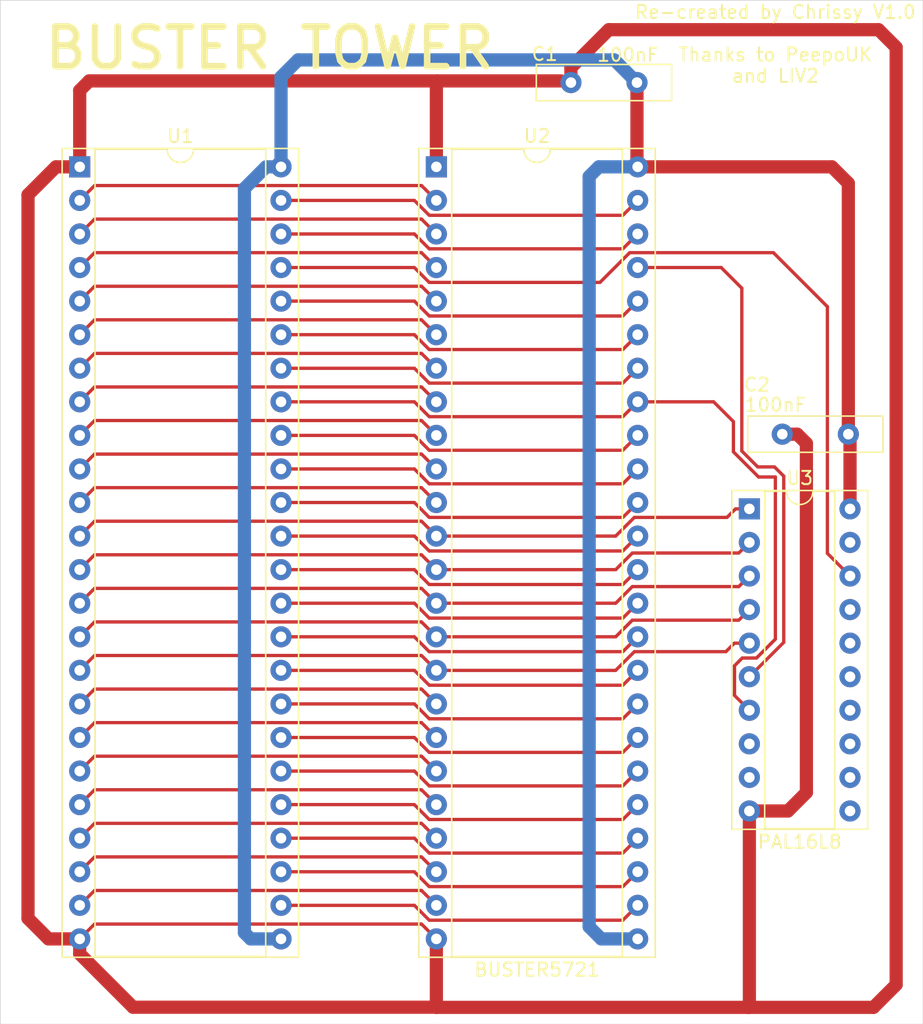
<source format=kicad_pcb>
(kicad_pcb (version 20171130) (host pcbnew "(5.1.5-0-10_14)")

  (general
    (thickness 1.6)
    (drawings 6)
    (tracks 298)
    (zones 0)
    (modules 5)
    (nets 48)
  )

  (page A4)
  (layers
    (0 F.Cu signal)
    (31 B.Cu signal)
    (32 B.Adhes user)
    (33 F.Adhes user)
    (34 B.Paste user)
    (35 F.Paste user)
    (36 B.SilkS user)
    (37 F.SilkS user)
    (38 B.Mask user)
    (39 F.Mask user)
    (40 Dwgs.User user)
    (41 Cmts.User user)
    (42 Eco1.User user)
    (43 Eco2.User user)
    (44 Edge.Cuts user)
    (45 Margin user)
    (46 B.CrtYd user)
    (47 F.CrtYd user)
    (48 B.Fab user)
    (49 F.Fab user)
  )

  (setup
    (last_trace_width 0.25)
    (trace_clearance 0.2)
    (zone_clearance 0.508)
    (zone_45_only no)
    (trace_min 0.2)
    (via_size 0.8)
    (via_drill 0.4)
    (via_min_size 0.4)
    (via_min_drill 0.3)
    (uvia_size 0.3)
    (uvia_drill 0.1)
    (uvias_allowed no)
    (uvia_min_size 0.2)
    (uvia_min_drill 0.1)
    (edge_width 0.05)
    (segment_width 0.2)
    (pcb_text_width 0.3)
    (pcb_text_size 1.5 1.5)
    (mod_edge_width 0.12)
    (mod_text_size 1 1)
    (mod_text_width 0.15)
    (pad_size 1.524 1.524)
    (pad_drill 0.762)
    (pad_to_mask_clearance 0.051)
    (solder_mask_min_width 0.25)
    (aux_axis_origin 0 0)
    (visible_elements FFFFFF7F)
    (pcbplotparams
      (layerselection 0x010f0_ffffffff)
      (usegerberextensions false)
      (usegerberattributes false)
      (usegerberadvancedattributes false)
      (creategerberjobfile false)
      (excludeedgelayer true)
      (linewidth 0.100000)
      (plotframeref false)
      (viasonmask false)
      (mode 1)
      (useauxorigin false)
      (hpglpennumber 1)
      (hpglpenspeed 20)
      (hpglpendiameter 15.000000)
      (psnegative false)
      (psa4output false)
      (plotreference true)
      (plotvalue false)
      (plotinvisibletext false)
      (padsonsilk true)
      (subtractmaskfromsilk false)
      (outputformat 1)
      (mirror false)
      (drillshape 0)
      (scaleselection 1)
      (outputdirectory "gerbers/"))
  )

  (net 0 "")
  (net 1 GND)
  (net 2 VCC)
  (net 3 /_OVR)
  (net 4 /_C3)
  (net 5 /_BOSS)
  (net 6 /_C1)
  (net 7 /_UDS)
  (net 8 /_CDAC)
  (net 9 /_LDS)
  (net 10 /_BG)
  (net 11 /_AS)
  (net 12 /_SLAVE5)
  (net 13 /READ)
  (net 14 /_SLAVE4)
  (net 15 /_A23)
  (net 16 /_SLAVE3)
  (net 17 /_A22)
  (net 18 /_SLAVE2)
  (net 19 /_A21)
  (net 20 /_SLAVE1)
  (net 21 /_A20)
  (net 22 /_BR5)
  (net 23 /_A19)
  (net 24 /_BR4)
  (net 25 /_CBG)
  (net 26 /_BR3)
  (net 27 /_CBR)
  (net 28 /_BR2)
  (net 29 /_BR)
  (net 30 /_BR1)
  (net 31 /_BEER)
  (net 32 /_BG5)
  (net 33 /_BG4)
  (net 34 /_BG3)
  (net 35 /_GBG)
  (net 36 /_BG2)
  (net 37 /_C4)
  (net 38 /_BG1)
  (net 39 /_C2)
  (net 40 _D2Po)
  (net 41 /_OWN)
  (net 42 _D2Pi)
  (net 43 /_DOE)
  (net 44 /_DB0E)
  (net 45 /PTEST)
  (net 46 /TEST)
  (net 47 /_RST)

  (net_class Default "This is the default net class."
    (clearance 0.2)
    (trace_width 0.25)
    (via_dia 0.8)
    (via_drill 0.4)
    (uvia_dia 0.3)
    (uvia_drill 0.1)
    (add_net /PTEST)
    (add_net /READ)
    (add_net /TEST)
    (add_net /_A19)
    (add_net /_A20)
    (add_net /_A21)
    (add_net /_A22)
    (add_net /_A23)
    (add_net /_AS)
    (add_net /_BEER)
    (add_net /_BG)
    (add_net /_BG1)
    (add_net /_BG2)
    (add_net /_BG3)
    (add_net /_BG4)
    (add_net /_BG5)
    (add_net /_BOSS)
    (add_net /_BR)
    (add_net /_BR1)
    (add_net /_BR2)
    (add_net /_BR3)
    (add_net /_BR4)
    (add_net /_BR5)
    (add_net /_C1)
    (add_net /_C2)
    (add_net /_C3)
    (add_net /_C4)
    (add_net /_CBG)
    (add_net /_CBR)
    (add_net /_CDAC)
    (add_net /_DB0E)
    (add_net /_DOE)
    (add_net /_GBG)
    (add_net /_LDS)
    (add_net /_OVR)
    (add_net /_OWN)
    (add_net /_RST)
    (add_net /_SLAVE1)
    (add_net /_SLAVE2)
    (add_net /_SLAVE3)
    (add_net /_SLAVE4)
    (add_net /_SLAVE5)
    (add_net /_UDS)
    (add_net GND)
    (add_net VCC)
    (add_net _D2Pi)
    (add_net _D2Po)
  )

  (module Package_DIP:DIP-48_W15.24mm_Socket (layer F.Cu) (tedit 5A02E8C5) (tstamp 5F3FD2B2)
    (at 80 38)
    (descr "48-lead though-hole mounted DIP package, row spacing 15.24 mm (600 mils), Socket")
    (tags "THT DIP DIL PDIP 2.54mm 15.24mm 600mil Socket")
    (path /5F504EFD)
    (fp_text reference U2 (at 7.62 -2.33) (layer F.SilkS)
      (effects (font (size 1 1) (thickness 0.15)))
    )
    (fp_text value BUSTER5721 (at 7.62 60.75) (layer F.SilkS)
      (effects (font (size 1 1) (thickness 0.15)))
    )
    (fp_text user %R (at 7.62 29.21) (layer F.Fab)
      (effects (font (size 1 1) (thickness 0.15)))
    )
    (fp_line (start 16.8 -1.6) (end -1.55 -1.6) (layer F.CrtYd) (width 0.05))
    (fp_line (start 16.8 60) (end 16.8 -1.6) (layer F.CrtYd) (width 0.05))
    (fp_line (start -1.55 60) (end 16.8 60) (layer F.CrtYd) (width 0.05))
    (fp_line (start -1.55 -1.6) (end -1.55 60) (layer F.CrtYd) (width 0.05))
    (fp_line (start 16.57 -1.39) (end -1.33 -1.39) (layer F.SilkS) (width 0.12))
    (fp_line (start 16.57 59.81) (end 16.57 -1.39) (layer F.SilkS) (width 0.12))
    (fp_line (start -1.33 59.81) (end 16.57 59.81) (layer F.SilkS) (width 0.12))
    (fp_line (start -1.33 -1.39) (end -1.33 59.81) (layer F.SilkS) (width 0.12))
    (fp_line (start 14.08 -1.33) (end 8.62 -1.33) (layer F.SilkS) (width 0.12))
    (fp_line (start 14.08 59.75) (end 14.08 -1.33) (layer F.SilkS) (width 0.12))
    (fp_line (start 1.16 59.75) (end 14.08 59.75) (layer F.SilkS) (width 0.12))
    (fp_line (start 1.16 -1.33) (end 1.16 59.75) (layer F.SilkS) (width 0.12))
    (fp_line (start 6.62 -1.33) (end 1.16 -1.33) (layer F.SilkS) (width 0.12))
    (fp_line (start 16.51 -1.33) (end -1.27 -1.33) (layer F.Fab) (width 0.1))
    (fp_line (start 16.51 59.75) (end 16.51 -1.33) (layer F.Fab) (width 0.1))
    (fp_line (start -1.27 59.75) (end 16.51 59.75) (layer F.Fab) (width 0.1))
    (fp_line (start -1.27 -1.33) (end -1.27 59.75) (layer F.Fab) (width 0.1))
    (fp_line (start 0.255 -0.27) (end 1.255 -1.27) (layer F.Fab) (width 0.1))
    (fp_line (start 0.255 59.69) (end 0.255 -0.27) (layer F.Fab) (width 0.1))
    (fp_line (start 14.985 59.69) (end 0.255 59.69) (layer F.Fab) (width 0.1))
    (fp_line (start 14.985 -1.27) (end 14.985 59.69) (layer F.Fab) (width 0.1))
    (fp_line (start 1.255 -1.27) (end 14.985 -1.27) (layer F.Fab) (width 0.1))
    (fp_arc (start 7.62 -1.33) (end 6.62 -1.33) (angle -180) (layer F.SilkS) (width 0.12))
    (pad 48 thru_hole oval (at 15.24 0) (size 1.6 1.6) (drill 0.8) (layers *.Cu *.Mask)
      (net 2 VCC))
    (pad 24 thru_hole oval (at 0 58.42) (size 1.6 1.6) (drill 0.8) (layers *.Cu *.Mask)
      (net 1 GND))
    (pad 47 thru_hole oval (at 15.24 2.54) (size 1.6 1.6) (drill 0.8) (layers *.Cu *.Mask)
      (net 43 /_DOE))
    (pad 23 thru_hole oval (at 0 55.88) (size 1.6 1.6) (drill 0.8) (layers *.Cu *.Mask)
      (net 35 /_GBG))
    (pad 46 thru_hole oval (at 15.24 5.08) (size 1.6 1.6) (drill 0.8) (layers *.Cu *.Mask)
      (net 44 /_DB0E))
    (pad 22 thru_hole oval (at 0 53.34) (size 1.6 1.6) (drill 0.8) (layers *.Cu *.Mask)
      (net 37 /_C4))
    (pad 45 thru_hole oval (at 15.24 7.62) (size 1.6 1.6) (drill 0.8) (layers *.Cu *.Mask)
      (net 42 _D2Pi))
    (pad 21 thru_hole oval (at 0 50.8) (size 1.6 1.6) (drill 0.8) (layers *.Cu *.Mask)
      (net 39 /_C2))
    (pad 44 thru_hole oval (at 15.24 10.16) (size 1.6 1.6) (drill 0.8) (layers *.Cu *.Mask)
      (net 45 /PTEST))
    (pad 20 thru_hole oval (at 0 48.26) (size 1.6 1.6) (drill 0.8) (layers *.Cu *.Mask)
      (net 4 /_C3))
    (pad 43 thru_hole oval (at 15.24 12.7) (size 1.6 1.6) (drill 0.8) (layers *.Cu *.Mask)
      (net 46 /TEST))
    (pad 19 thru_hole oval (at 0 45.72) (size 1.6 1.6) (drill 0.8) (layers *.Cu *.Mask)
      (net 6 /_C1))
    (pad 42 thru_hole oval (at 15.24 15.24) (size 1.6 1.6) (drill 0.8) (layers *.Cu *.Mask)
      (net 47 /_RST))
    (pad 18 thru_hole oval (at 0 43.18) (size 1.6 1.6) (drill 0.8) (layers *.Cu *.Mask)
      (net 8 /_CDAC))
    (pad 41 thru_hole oval (at 15.24 17.78) (size 1.6 1.6) (drill 0.8) (layers *.Cu *.Mask)
      (net 41 /_OWN))
    (pad 17 thru_hole oval (at 0 40.64) (size 1.6 1.6) (drill 0.8) (layers *.Cu *.Mask)
      (net 10 /_BG))
    (pad 40 thru_hole oval (at 15.24 20.32) (size 1.6 1.6) (drill 0.8) (layers *.Cu *.Mask)
      (net 3 /_OVR))
    (pad 16 thru_hole oval (at 0 38.1) (size 1.6 1.6) (drill 0.8) (layers *.Cu *.Mask)
      (net 12 /_SLAVE5))
    (pad 39 thru_hole oval (at 15.24 22.86) (size 1.6 1.6) (drill 0.8) (layers *.Cu *.Mask)
      (net 5 /_BOSS))
    (pad 15 thru_hole oval (at 0 35.56) (size 1.6 1.6) (drill 0.8) (layers *.Cu *.Mask)
      (net 14 /_SLAVE4))
    (pad 38 thru_hole oval (at 15.24 25.4) (size 1.6 1.6) (drill 0.8) (layers *.Cu *.Mask)
      (net 7 /_UDS))
    (pad 14 thru_hole oval (at 0 33.02) (size 1.6 1.6) (drill 0.8) (layers *.Cu *.Mask)
      (net 16 /_SLAVE3))
    (pad 37 thru_hole oval (at 15.24 27.94) (size 1.6 1.6) (drill 0.8) (layers *.Cu *.Mask)
      (net 9 /_LDS))
    (pad 13 thru_hole oval (at 0 30.48) (size 1.6 1.6) (drill 0.8) (layers *.Cu *.Mask)
      (net 18 /_SLAVE2))
    (pad 36 thru_hole oval (at 15.24 30.48) (size 1.6 1.6) (drill 0.8) (layers *.Cu *.Mask)
      (net 11 /_AS))
    (pad 12 thru_hole oval (at 0 27.94) (size 1.6 1.6) (drill 0.8) (layers *.Cu *.Mask)
      (net 20 /_SLAVE1))
    (pad 35 thru_hole oval (at 15.24 33.02) (size 1.6 1.6) (drill 0.8) (layers *.Cu *.Mask)
      (net 13 /READ))
    (pad 11 thru_hole oval (at 0 25.4) (size 1.6 1.6) (drill 0.8) (layers *.Cu *.Mask)
      (net 22 /_BR5))
    (pad 34 thru_hole oval (at 15.24 35.56) (size 1.6 1.6) (drill 0.8) (layers *.Cu *.Mask)
      (net 15 /_A23))
    (pad 10 thru_hole oval (at 0 22.86) (size 1.6 1.6) (drill 0.8) (layers *.Cu *.Mask)
      (net 24 /_BR4))
    (pad 33 thru_hole oval (at 15.24 38.1) (size 1.6 1.6) (drill 0.8) (layers *.Cu *.Mask)
      (net 17 /_A22))
    (pad 9 thru_hole oval (at 0 20.32) (size 1.6 1.6) (drill 0.8) (layers *.Cu *.Mask)
      (net 26 /_BR3))
    (pad 32 thru_hole oval (at 15.24 40.64) (size 1.6 1.6) (drill 0.8) (layers *.Cu *.Mask)
      (net 19 /_A21))
    (pad 8 thru_hole oval (at 0 17.78) (size 1.6 1.6) (drill 0.8) (layers *.Cu *.Mask)
      (net 28 /_BR2))
    (pad 31 thru_hole oval (at 15.24 43.18) (size 1.6 1.6) (drill 0.8) (layers *.Cu *.Mask)
      (net 21 /_A20))
    (pad 7 thru_hole oval (at 0 15.24) (size 1.6 1.6) (drill 0.8) (layers *.Cu *.Mask)
      (net 30 /_BR1))
    (pad 30 thru_hole oval (at 15.24 45.72) (size 1.6 1.6) (drill 0.8) (layers *.Cu *.Mask)
      (net 23 /_A19))
    (pad 6 thru_hole oval (at 0 12.7) (size 1.6 1.6) (drill 0.8) (layers *.Cu *.Mask)
      (net 32 /_BG5))
    (pad 29 thru_hole oval (at 15.24 48.26) (size 1.6 1.6) (drill 0.8) (layers *.Cu *.Mask)
      (net 25 /_CBG))
    (pad 5 thru_hole oval (at 0 10.16) (size 1.6 1.6) (drill 0.8) (layers *.Cu *.Mask)
      (net 33 /_BG4))
    (pad 28 thru_hole oval (at 15.24 50.8) (size 1.6 1.6) (drill 0.8) (layers *.Cu *.Mask)
      (net 27 /_CBR))
    (pad 4 thru_hole oval (at 0 7.62) (size 1.6 1.6) (drill 0.8) (layers *.Cu *.Mask)
      (net 34 /_BG3))
    (pad 27 thru_hole oval (at 15.24 53.34) (size 1.6 1.6) (drill 0.8) (layers *.Cu *.Mask)
      (net 29 /_BR))
    (pad 3 thru_hole oval (at 0 5.08) (size 1.6 1.6) (drill 0.8) (layers *.Cu *.Mask)
      (net 36 /_BG2))
    (pad 26 thru_hole oval (at 15.24 55.88) (size 1.6 1.6) (drill 0.8) (layers *.Cu *.Mask)
      (net 31 /_BEER))
    (pad 2 thru_hole oval (at 0 2.54) (size 1.6 1.6) (drill 0.8) (layers *.Cu *.Mask)
      (net 38 /_BG1))
    (pad 25 thru_hole oval (at 15.24 58.42) (size 1.6 1.6) (drill 0.8) (layers *.Cu *.Mask)
      (net 2 VCC))
    (pad 1 thru_hole rect (at 0 0) (size 1.6 1.6) (drill 0.8) (layers *.Cu *.Mask)
      (net 1 GND))
    (model ${KISYS3DMOD}/Package_DIP.3dshapes/DIP-48_W15.24mm_Socket.wrl
      (at (xyz 0 0 0))
      (scale (xyz 1 1 1))
      (rotate (xyz 0 0 0))
    )
  )

  (module Package_DIP:DIP-48_W15.24mm_Socket (layer F.Cu) (tedit 5A02E8C5) (tstamp 5F3FD26E)
    (at 53 38)
    (descr "48-lead though-hole mounted DIP package, row spacing 15.24 mm (600 mils), Socket")
    (tags "THT DIP DIL PDIP 2.54mm 15.24mm 600mil Socket")
    (path /5F49364D)
    (fp_text reference U1 (at 7.62 -2.33) (layer F.SilkS)
      (effects (font (size 1 1) (thickness 0.15)))
    )
    (fp_text value BUSTER5721 (at 7.62 60.75) (layer F.Fab)
      (effects (font (size 1 1) (thickness 0.15)))
    )
    (fp_text user %R (at 7.62 29.21) (layer F.Fab)
      (effects (font (size 1 1) (thickness 0.15)))
    )
    (fp_line (start 16.8 -1.6) (end -1.55 -1.6) (layer F.CrtYd) (width 0.05))
    (fp_line (start 16.8 60) (end 16.8 -1.6) (layer F.CrtYd) (width 0.05))
    (fp_line (start -1.55 60) (end 16.8 60) (layer F.CrtYd) (width 0.05))
    (fp_line (start -1.55 -1.6) (end -1.55 60) (layer F.CrtYd) (width 0.05))
    (fp_line (start 16.57 -1.39) (end -1.33 -1.39) (layer F.SilkS) (width 0.12))
    (fp_line (start 16.57 59.81) (end 16.57 -1.39) (layer F.SilkS) (width 0.12))
    (fp_line (start -1.33 59.81) (end 16.57 59.81) (layer F.SilkS) (width 0.12))
    (fp_line (start -1.33 -1.39) (end -1.33 59.81) (layer F.SilkS) (width 0.12))
    (fp_line (start 14.08 -1.33) (end 8.62 -1.33) (layer F.SilkS) (width 0.12))
    (fp_line (start 14.08 59.75) (end 14.08 -1.33) (layer F.SilkS) (width 0.12))
    (fp_line (start 1.16 59.75) (end 14.08 59.75) (layer F.SilkS) (width 0.12))
    (fp_line (start 1.16 -1.33) (end 1.16 59.75) (layer F.SilkS) (width 0.12))
    (fp_line (start 6.62 -1.33) (end 1.16 -1.33) (layer F.SilkS) (width 0.12))
    (fp_line (start 16.51 -1.33) (end -1.27 -1.33) (layer F.Fab) (width 0.1))
    (fp_line (start 16.51 59.75) (end 16.51 -1.33) (layer F.Fab) (width 0.1))
    (fp_line (start -1.27 59.75) (end 16.51 59.75) (layer F.Fab) (width 0.1))
    (fp_line (start -1.27 -1.33) (end -1.27 59.75) (layer F.Fab) (width 0.1))
    (fp_line (start 0.255 -0.27) (end 1.255 -1.27) (layer F.Fab) (width 0.1))
    (fp_line (start 0.255 59.69) (end 0.255 -0.27) (layer F.Fab) (width 0.1))
    (fp_line (start 14.985 59.69) (end 0.255 59.69) (layer F.Fab) (width 0.1))
    (fp_line (start 14.985 -1.27) (end 14.985 59.69) (layer F.Fab) (width 0.1))
    (fp_line (start 1.255 -1.27) (end 14.985 -1.27) (layer F.Fab) (width 0.1))
    (fp_arc (start 7.62 -1.33) (end 6.62 -1.33) (angle -180) (layer F.SilkS) (width 0.12))
    (pad 48 thru_hole oval (at 15.24 0) (size 1.6 1.6) (drill 0.8) (layers *.Cu *.Mask)
      (net 2 VCC))
    (pad 24 thru_hole oval (at 0 58.42) (size 1.6 1.6) (drill 0.8) (layers *.Cu *.Mask)
      (net 1 GND))
    (pad 47 thru_hole oval (at 15.24 2.54) (size 1.6 1.6) (drill 0.8) (layers *.Cu *.Mask)
      (net 43 /_DOE))
    (pad 23 thru_hole oval (at 0 55.88) (size 1.6 1.6) (drill 0.8) (layers *.Cu *.Mask)
      (net 35 /_GBG))
    (pad 46 thru_hole oval (at 15.24 5.08) (size 1.6 1.6) (drill 0.8) (layers *.Cu *.Mask)
      (net 44 /_DB0E))
    (pad 22 thru_hole oval (at 0 53.34) (size 1.6 1.6) (drill 0.8) (layers *.Cu *.Mask)
      (net 37 /_C4))
    (pad 45 thru_hole oval (at 15.24 7.62) (size 1.6 1.6) (drill 0.8) (layers *.Cu *.Mask)
      (net 40 _D2Po))
    (pad 21 thru_hole oval (at 0 50.8) (size 1.6 1.6) (drill 0.8) (layers *.Cu *.Mask)
      (net 39 /_C2))
    (pad 44 thru_hole oval (at 15.24 10.16) (size 1.6 1.6) (drill 0.8) (layers *.Cu *.Mask)
      (net 45 /PTEST))
    (pad 20 thru_hole oval (at 0 48.26) (size 1.6 1.6) (drill 0.8) (layers *.Cu *.Mask)
      (net 4 /_C3))
    (pad 43 thru_hole oval (at 15.24 12.7) (size 1.6 1.6) (drill 0.8) (layers *.Cu *.Mask)
      (net 46 /TEST))
    (pad 19 thru_hole oval (at 0 45.72) (size 1.6 1.6) (drill 0.8) (layers *.Cu *.Mask)
      (net 6 /_C1))
    (pad 42 thru_hole oval (at 15.24 15.24) (size 1.6 1.6) (drill 0.8) (layers *.Cu *.Mask)
      (net 47 /_RST))
    (pad 18 thru_hole oval (at 0 43.18) (size 1.6 1.6) (drill 0.8) (layers *.Cu *.Mask)
      (net 8 /_CDAC))
    (pad 41 thru_hole oval (at 15.24 17.78) (size 1.6 1.6) (drill 0.8) (layers *.Cu *.Mask)
      (net 41 /_OWN))
    (pad 17 thru_hole oval (at 0 40.64) (size 1.6 1.6) (drill 0.8) (layers *.Cu *.Mask)
      (net 10 /_BG))
    (pad 40 thru_hole oval (at 15.24 20.32) (size 1.6 1.6) (drill 0.8) (layers *.Cu *.Mask)
      (net 3 /_OVR))
    (pad 16 thru_hole oval (at 0 38.1) (size 1.6 1.6) (drill 0.8) (layers *.Cu *.Mask)
      (net 12 /_SLAVE5))
    (pad 39 thru_hole oval (at 15.24 22.86) (size 1.6 1.6) (drill 0.8) (layers *.Cu *.Mask)
      (net 5 /_BOSS))
    (pad 15 thru_hole oval (at 0 35.56) (size 1.6 1.6) (drill 0.8) (layers *.Cu *.Mask)
      (net 14 /_SLAVE4))
    (pad 38 thru_hole oval (at 15.24 25.4) (size 1.6 1.6) (drill 0.8) (layers *.Cu *.Mask)
      (net 7 /_UDS))
    (pad 14 thru_hole oval (at 0 33.02) (size 1.6 1.6) (drill 0.8) (layers *.Cu *.Mask)
      (net 16 /_SLAVE3))
    (pad 37 thru_hole oval (at 15.24 27.94) (size 1.6 1.6) (drill 0.8) (layers *.Cu *.Mask)
      (net 9 /_LDS))
    (pad 13 thru_hole oval (at 0 30.48) (size 1.6 1.6) (drill 0.8) (layers *.Cu *.Mask)
      (net 18 /_SLAVE2))
    (pad 36 thru_hole oval (at 15.24 30.48) (size 1.6 1.6) (drill 0.8) (layers *.Cu *.Mask)
      (net 11 /_AS))
    (pad 12 thru_hole oval (at 0 27.94) (size 1.6 1.6) (drill 0.8) (layers *.Cu *.Mask)
      (net 20 /_SLAVE1))
    (pad 35 thru_hole oval (at 15.24 33.02) (size 1.6 1.6) (drill 0.8) (layers *.Cu *.Mask)
      (net 13 /READ))
    (pad 11 thru_hole oval (at 0 25.4) (size 1.6 1.6) (drill 0.8) (layers *.Cu *.Mask)
      (net 22 /_BR5))
    (pad 34 thru_hole oval (at 15.24 35.56) (size 1.6 1.6) (drill 0.8) (layers *.Cu *.Mask)
      (net 15 /_A23))
    (pad 10 thru_hole oval (at 0 22.86) (size 1.6 1.6) (drill 0.8) (layers *.Cu *.Mask)
      (net 24 /_BR4))
    (pad 33 thru_hole oval (at 15.24 38.1) (size 1.6 1.6) (drill 0.8) (layers *.Cu *.Mask)
      (net 17 /_A22))
    (pad 9 thru_hole oval (at 0 20.32) (size 1.6 1.6) (drill 0.8) (layers *.Cu *.Mask)
      (net 26 /_BR3))
    (pad 32 thru_hole oval (at 15.24 40.64) (size 1.6 1.6) (drill 0.8) (layers *.Cu *.Mask)
      (net 19 /_A21))
    (pad 8 thru_hole oval (at 0 17.78) (size 1.6 1.6) (drill 0.8) (layers *.Cu *.Mask)
      (net 28 /_BR2))
    (pad 31 thru_hole oval (at 15.24 43.18) (size 1.6 1.6) (drill 0.8) (layers *.Cu *.Mask)
      (net 21 /_A20))
    (pad 7 thru_hole oval (at 0 15.24) (size 1.6 1.6) (drill 0.8) (layers *.Cu *.Mask)
      (net 30 /_BR1))
    (pad 30 thru_hole oval (at 15.24 45.72) (size 1.6 1.6) (drill 0.8) (layers *.Cu *.Mask)
      (net 23 /_A19))
    (pad 6 thru_hole oval (at 0 12.7) (size 1.6 1.6) (drill 0.8) (layers *.Cu *.Mask)
      (net 32 /_BG5))
    (pad 29 thru_hole oval (at 15.24 48.26) (size 1.6 1.6) (drill 0.8) (layers *.Cu *.Mask)
      (net 25 /_CBG))
    (pad 5 thru_hole oval (at 0 10.16) (size 1.6 1.6) (drill 0.8) (layers *.Cu *.Mask)
      (net 33 /_BG4))
    (pad 28 thru_hole oval (at 15.24 50.8) (size 1.6 1.6) (drill 0.8) (layers *.Cu *.Mask)
      (net 27 /_CBR))
    (pad 4 thru_hole oval (at 0 7.62) (size 1.6 1.6) (drill 0.8) (layers *.Cu *.Mask)
      (net 34 /_BG3))
    (pad 27 thru_hole oval (at 15.24 53.34) (size 1.6 1.6) (drill 0.8) (layers *.Cu *.Mask)
      (net 29 /_BR))
    (pad 3 thru_hole oval (at 0 5.08) (size 1.6 1.6) (drill 0.8) (layers *.Cu *.Mask)
      (net 36 /_BG2))
    (pad 26 thru_hole oval (at 15.24 55.88) (size 1.6 1.6) (drill 0.8) (layers *.Cu *.Mask)
      (net 31 /_BEER))
    (pad 2 thru_hole oval (at 0 2.54) (size 1.6 1.6) (drill 0.8) (layers *.Cu *.Mask)
      (net 38 /_BG1))
    (pad 25 thru_hole oval (at 15.24 58.42) (size 1.6 1.6) (drill 0.8) (layers *.Cu *.Mask)
      (net 2 VCC))
    (pad 1 thru_hole rect (at 0 0) (size 1.6 1.6) (drill 0.8) (layers *.Cu *.Mask)
      (net 1 GND))
  )

  (module Package_DIP:DIP-20_W7.62mm_Socket (layer F.Cu) (tedit 5A02E8C5) (tstamp 5F3FD2E2)
    (at 103.6955 63.881)
    (descr "20-lead though-hole mounted DIP package, row spacing 7.62 mm (300 mils), Socket")
    (tags "THT DIP DIL PDIP 2.54mm 7.62mm 300mil Socket")
    (path /5F491DED)
    (fp_text reference U3 (at 3.81 -2.33) (layer F.SilkS)
      (effects (font (size 1 1) (thickness 0.15)))
    )
    (fp_text value PAL16L8 (at 3.81 25.19) (layer F.SilkS)
      (effects (font (size 1 1) (thickness 0.15)))
    )
    (fp_text user %R (at 3.81 11.43) (layer F.Fab)
      (effects (font (size 1 1) (thickness 0.15)))
    )
    (fp_line (start 9.15 -1.6) (end -1.55 -1.6) (layer F.CrtYd) (width 0.05))
    (fp_line (start 9.15 24.45) (end 9.15 -1.6) (layer F.CrtYd) (width 0.05))
    (fp_line (start -1.55 24.45) (end 9.15 24.45) (layer F.CrtYd) (width 0.05))
    (fp_line (start -1.55 -1.6) (end -1.55 24.45) (layer F.CrtYd) (width 0.05))
    (fp_line (start 8.95 -1.39) (end -1.33 -1.39) (layer F.SilkS) (width 0.12))
    (fp_line (start 8.95 24.25) (end 8.95 -1.39) (layer F.SilkS) (width 0.12))
    (fp_line (start -1.33 24.25) (end 8.95 24.25) (layer F.SilkS) (width 0.12))
    (fp_line (start -1.33 -1.39) (end -1.33 24.25) (layer F.SilkS) (width 0.12))
    (fp_line (start 6.46 -1.33) (end 4.81 -1.33) (layer F.SilkS) (width 0.12))
    (fp_line (start 6.46 24.19) (end 6.46 -1.33) (layer F.SilkS) (width 0.12))
    (fp_line (start 1.16 24.19) (end 6.46 24.19) (layer F.SilkS) (width 0.12))
    (fp_line (start 1.16 -1.33) (end 1.16 24.19) (layer F.SilkS) (width 0.12))
    (fp_line (start 2.81 -1.33) (end 1.16 -1.33) (layer F.SilkS) (width 0.12))
    (fp_line (start 8.89 -1.33) (end -1.27 -1.33) (layer F.Fab) (width 0.1))
    (fp_line (start 8.89 24.19) (end 8.89 -1.33) (layer F.Fab) (width 0.1))
    (fp_line (start -1.27 24.19) (end 8.89 24.19) (layer F.Fab) (width 0.1))
    (fp_line (start -1.27 -1.33) (end -1.27 24.19) (layer F.Fab) (width 0.1))
    (fp_line (start 0.635 -0.27) (end 1.635 -1.27) (layer F.Fab) (width 0.1))
    (fp_line (start 0.635 24.13) (end 0.635 -0.27) (layer F.Fab) (width 0.1))
    (fp_line (start 6.985 24.13) (end 0.635 24.13) (layer F.Fab) (width 0.1))
    (fp_line (start 6.985 -1.27) (end 6.985 24.13) (layer F.Fab) (width 0.1))
    (fp_line (start 1.635 -1.27) (end 6.985 -1.27) (layer F.Fab) (width 0.1))
    (fp_arc (start 3.81 -1.33) (end 2.81 -1.33) (angle -180) (layer F.SilkS) (width 0.12))
    (pad 20 thru_hole oval (at 7.62 0) (size 1.6 1.6) (drill 0.8) (layers *.Cu *.Mask)
      (net 2 VCC))
    (pad 10 thru_hole oval (at 0 22.86) (size 1.6 1.6) (drill 0.8) (layers *.Cu *.Mask)
      (net 1 GND))
    (pad 19 thru_hole oval (at 7.62 2.54) (size 1.6 1.6) (drill 0.8) (layers *.Cu *.Mask))
    (pad 9 thru_hole oval (at 0 20.32) (size 1.6 1.6) (drill 0.8) (layers *.Cu *.Mask))
    (pad 18 thru_hole oval (at 7.62 5.08) (size 1.6 1.6) (drill 0.8) (layers *.Cu *.Mask)
      (net 40 _D2Po))
    (pad 8 thru_hole oval (at 0 17.78) (size 1.6 1.6) (drill 0.8) (layers *.Cu *.Mask))
    (pad 17 thru_hole oval (at 7.62 7.62) (size 1.6 1.6) (drill 0.8) (layers *.Cu *.Mask))
    (pad 7 thru_hole oval (at 0 15.24) (size 1.6 1.6) (drill 0.8) (layers *.Cu *.Mask)
      (net 41 /_OWN))
    (pad 16 thru_hole oval (at 7.62 10.16) (size 1.6 1.6) (drill 0.8) (layers *.Cu *.Mask))
    (pad 6 thru_hole oval (at 0 12.7) (size 1.6 1.6) (drill 0.8) (layers *.Cu *.Mask)
      (net 42 _D2Pi))
    (pad 15 thru_hole oval (at 7.62 12.7) (size 1.6 1.6) (drill 0.8) (layers *.Cu *.Mask))
    (pad 5 thru_hole oval (at 0 10.16) (size 1.6 1.6) (drill 0.8) (layers *.Cu *.Mask)
      (net 12 /_SLAVE5))
    (pad 14 thru_hole oval (at 7.62 15.24) (size 1.6 1.6) (drill 0.8) (layers *.Cu *.Mask))
    (pad 4 thru_hole oval (at 0 7.62) (size 1.6 1.6) (drill 0.8) (layers *.Cu *.Mask)
      (net 14 /_SLAVE4))
    (pad 13 thru_hole oval (at 7.62 17.78) (size 1.6 1.6) (drill 0.8) (layers *.Cu *.Mask))
    (pad 3 thru_hole oval (at 0 5.08) (size 1.6 1.6) (drill 0.8) (layers *.Cu *.Mask)
      (net 16 /_SLAVE3))
    (pad 12 thru_hole oval (at 7.62 20.32) (size 1.6 1.6) (drill 0.8) (layers *.Cu *.Mask))
    (pad 2 thru_hole oval (at 0 2.54) (size 1.6 1.6) (drill 0.8) (layers *.Cu *.Mask)
      (net 18 /_SLAVE2))
    (pad 11 thru_hole oval (at 7.62 22.86) (size 1.6 1.6) (drill 0.8) (layers *.Cu *.Mask))
    (pad 1 thru_hole rect (at 0 0) (size 1.6 1.6) (drill 0.8) (layers *.Cu *.Mask)
      (net 20 /_SLAVE1))
    (model ${KISYS3DMOD}/Package_DIP.3dshapes/DIP-20_W7.62mm_Socket.wrl
      (at (xyz 0 0 0))
      (scale (xyz 1 1 1))
      (rotate (xyz 0 0 0))
    )
  )

  (module Capacitor_THT:C_Disc_D10.0mm_W2.5mm_P5.00mm (layer F.Cu) (tedit 5AE50EF0) (tstamp 5F3FD22A)
    (at 111.1885 58.2295 180)
    (descr "C, Disc series, Radial, pin pitch=5.00mm, , diameter*width=10*2.5mm^2, Capacitor, http://cdn-reichelt.de/documents/datenblatt/B300/DS_KERKO_TC.pdf")
    (tags "C Disc series Radial pin pitch 5.00mm  diameter 10mm width 2.5mm Capacitor")
    (path /5F607C3C)
    (fp_text reference C2 (at 6.9215 3.7465) (layer F.SilkS)
      (effects (font (size 1 1) (thickness 0.15)))
    )
    (fp_text value 100nF (at 5.5245 2.2225) (layer F.SilkS)
      (effects (font (size 1 1) (thickness 0.15)))
    )
    (fp_text user %R (at 2.5 0) (layer F.Fab)
      (effects (font (size 1 1) (thickness 0.15)))
    )
    (fp_line (start 7.75 -1.5) (end -2.75 -1.5) (layer F.CrtYd) (width 0.05))
    (fp_line (start 7.75 1.5) (end 7.75 -1.5) (layer F.CrtYd) (width 0.05))
    (fp_line (start -2.75 1.5) (end 7.75 1.5) (layer F.CrtYd) (width 0.05))
    (fp_line (start -2.75 -1.5) (end -2.75 1.5) (layer F.CrtYd) (width 0.05))
    (fp_line (start 7.62 -1.37) (end 7.62 1.37) (layer F.SilkS) (width 0.12))
    (fp_line (start -2.62 -1.37) (end -2.62 1.37) (layer F.SilkS) (width 0.12))
    (fp_line (start -2.62 1.37) (end 7.62 1.37) (layer F.SilkS) (width 0.12))
    (fp_line (start -2.62 -1.37) (end 7.62 -1.37) (layer F.SilkS) (width 0.12))
    (fp_line (start 7.5 -1.25) (end -2.5 -1.25) (layer F.Fab) (width 0.1))
    (fp_line (start 7.5 1.25) (end 7.5 -1.25) (layer F.Fab) (width 0.1))
    (fp_line (start -2.5 1.25) (end 7.5 1.25) (layer F.Fab) (width 0.1))
    (fp_line (start -2.5 -1.25) (end -2.5 1.25) (layer F.Fab) (width 0.1))
    (pad 2 thru_hole circle (at 5 0 180) (size 1.6 1.6) (drill 0.8) (layers *.Cu *.Mask)
      (net 1 GND))
    (pad 1 thru_hole circle (at 0 0 180) (size 1.6 1.6) (drill 0.8) (layers *.Cu *.Mask)
      (net 2 VCC))
    (model ${KISYS3DMOD}/Capacitor_THT.3dshapes/C_Disc_D10.0mm_W2.5mm_P5.00mm.wrl
      (at (xyz 0 0 0))
      (scale (xyz 1 1 1))
      (rotate (xyz 0 0 0))
    )
  )

  (module Capacitor_THT:C_Disc_D10.0mm_W2.5mm_P5.00mm (layer F.Cu) (tedit 5AE50EF0) (tstamp 5F3FD217)
    (at 95.1865 31.623 180)
    (descr "C, Disc series, Radial, pin pitch=5.00mm, , diameter*width=10*2.5mm^2, Capacitor, http://cdn-reichelt.de/documents/datenblatt/B300/DS_KERKO_TC.pdf")
    (tags "C Disc series Radial pin pitch 5.00mm  diameter 10mm width 2.5mm Capacitor")
    (path /5F60704E)
    (fp_text reference C1 (at 6.985 2.159) (layer F.SilkS)
      (effects (font (size 1 1) (thickness 0.15)))
    )
    (fp_text value 100nF (at 0.6985 2.0955) (layer F.SilkS)
      (effects (font (size 1 1) (thickness 0.15)))
    )
    (fp_text user %R (at 2.5 0) (layer F.Fab)
      (effects (font (size 1 1) (thickness 0.15)))
    )
    (fp_line (start 7.75 -1.5) (end -2.75 -1.5) (layer F.CrtYd) (width 0.05))
    (fp_line (start 7.75 1.5) (end 7.75 -1.5) (layer F.CrtYd) (width 0.05))
    (fp_line (start -2.75 1.5) (end 7.75 1.5) (layer F.CrtYd) (width 0.05))
    (fp_line (start -2.75 -1.5) (end -2.75 1.5) (layer F.CrtYd) (width 0.05))
    (fp_line (start 7.62 -1.37) (end 7.62 1.37) (layer F.SilkS) (width 0.12))
    (fp_line (start -2.62 -1.37) (end -2.62 1.37) (layer F.SilkS) (width 0.12))
    (fp_line (start -2.62 1.37) (end 7.62 1.37) (layer F.SilkS) (width 0.12))
    (fp_line (start -2.62 -1.37) (end 7.62 -1.37) (layer F.SilkS) (width 0.12))
    (fp_line (start 7.5 -1.25) (end -2.5 -1.25) (layer F.Fab) (width 0.1))
    (fp_line (start 7.5 1.25) (end 7.5 -1.25) (layer F.Fab) (width 0.1))
    (fp_line (start -2.5 1.25) (end 7.5 1.25) (layer F.Fab) (width 0.1))
    (fp_line (start -2.5 -1.25) (end -2.5 1.25) (layer F.Fab) (width 0.1))
    (pad 2 thru_hole circle (at 5 0 180) (size 1.6 1.6) (drill 0.8) (layers *.Cu *.Mask)
      (net 1 GND))
    (pad 1 thru_hole circle (at 0 0 180) (size 1.6 1.6) (drill 0.8) (layers *.Cu *.Mask)
      (net 2 VCC))
    (model ${KISYS3DMOD}/Capacitor_THT.3dshapes/C_Disc_D10.0mm_W2.5mm_P5.00mm.wrl
      (at (xyz 0 0 0))
      (scale (xyz 1 1 1))
      (rotate (xyz 0 0 0))
    )
  )

  (gr_text "Re-created by Chrissy V1.0\n\nThanks to PeepoUK\nand LIV2\n" (at 105.664 28.702) (layer F.SilkS)
    (effects (font (size 1 1) (thickness 0.15)))
  )
  (gr_text "BUSTER TOWER" (at 67.3735 29.0195) (layer F.SilkS)
    (effects (font (size 3 3) (thickness 0.5)))
  )
  (gr_line (start 116.84 102.87) (end 116.84 25.4) (layer Edge.Cuts) (width 0.05) (tstamp 5F3FF5BB))
  (gr_line (start 46.99 102.87) (end 116.84 102.87) (layer Edge.Cuts) (width 0.05))
  (gr_line (start 46.99 25.4) (end 46.99 102.87) (layer Edge.Cuts) (width 0.05))
  (gr_line (start 116.84 25.4) (end 46.99 25.4) (layer Edge.Cuts) (width 0.05))

  (segment (start 78.874999 95.294999) (end 79.200001 95.620001) (width 0.25) (layer F.Cu) (net 1) (tstamp 5F3FEF89))
  (segment (start 79.200001 95.620001) (end 80 96.42) (width 0.25) (layer F.Cu) (net 1) (tstamp 5F3FEF8A))
  (segment (start 53 96.42) (end 54.125001 95.294999) (width 0.25) (layer F.Cu) (net 1) (tstamp 5F3FEF8B))
  (segment (start 54.125001 95.294999) (end 78.874999 95.294999) (width 0.25) (layer F.Cu) (net 1) (tstamp 5F3FEF8C))
  (segment (start 80 96.42) (end 80 101.59) (width 1) (layer F.Cu) (net 1))
  (segment (start 80 101.59) (end 80.01 101.6) (width 1) (layer F.Cu) (net 1))
  (segment (start 113.0935 101.6) (end 114.808 99.8855) (width 1) (layer F.Cu) (net 1))
  (segment (start 114.808 99.8855) (end 114.808 28.956) (width 1) (layer F.Cu) (net 1))
  (segment (start 114.808 28.956) (end 113.4745 27.6225) (width 1) (layer F.Cu) (net 1))
  (segment (start 53 32.217) (end 53 38) (width 1) (layer F.Cu) (net 1))
  (segment (start 53.721 31.496) (end 53 32.217) (width 1) (layer F.Cu) (net 1))
  (segment (start 51.2 38) (end 49.0855 40.1145) (width 1) (layer F.Cu) (net 1))
  (segment (start 53 38) (end 51.2 38) (width 1) (layer F.Cu) (net 1))
  (segment (start 49.0855 40.1145) (end 49.0855 94.869) (width 1) (layer F.Cu) (net 1))
  (segment (start 50.6365 96.42) (end 53 96.42) (width 1) (layer F.Cu) (net 1))
  (segment (start 49.0855 94.869) (end 50.6365 96.42) (width 1) (layer F.Cu) (net 1))
  (segment (start 57.03863 101.59) (end 80 101.59) (width 1) (layer F.Cu) (net 1))
  (segment (start 53 97.55137) (end 57.03863 101.59) (width 1) (layer F.Cu) (net 1))
  (segment (start 53 96.42) (end 53 97.55137) (width 1) (layer F.Cu) (net 1))
  (segment (start 103.6955 101.5365) (end 103.632 101.6) (width 1) (layer F.Cu) (net 1))
  (segment (start 103.6955 86.741) (end 103.6955 101.5365) (width 1) (layer F.Cu) (net 1))
  (segment (start 103.632 101.6) (end 113.0935 101.6) (width 1) (layer F.Cu) (net 1))
  (segment (start 80.01 101.6) (end 103.632 101.6) (width 1) (layer F.Cu) (net 1))
  (segment (start 107.31987 58.2295) (end 108.0135 58.92313) (width 1) (layer F.Cu) (net 1))
  (segment (start 106.1885 58.2295) (end 107.31987 58.2295) (width 1) (layer F.Cu) (net 1))
  (segment (start 108.0135 58.92313) (end 108.0135 85.344) (width 1) (layer F.Cu) (net 1))
  (segment (start 106.6165 86.741) (end 103.6955 86.741) (width 1) (layer F.Cu) (net 1))
  (segment (start 108.0135 85.344) (end 106.6165 86.741) (width 1) (layer F.Cu) (net 1))
  (segment (start 93.05563 27.6225) (end 113.4745 27.6225) (width 1) (layer F.Cu) (net 1))
  (segment (start 90.1865 30.49163) (end 93.05563 27.6225) (width 1) (layer F.Cu) (net 1))
  (segment (start 90.1865 31.623) (end 90.1865 30.49163) (width 1) (layer F.Cu) (net 1))
  (segment (start 80 38) (end 80 31.5695) (width 1) (layer F.Cu) (net 1))
  (segment (start 80 31.5695) (end 80.0735 31.496) (width 1) (layer F.Cu) (net 1))
  (segment (start 80.0735 31.496) (end 53.721 31.496) (width 1) (layer F.Cu) (net 1))
  (segment (start 89.4245 31.496) (end 80.0735 31.496) (width 1) (layer F.Cu) (net 1))
  (segment (start 111.3155 58.3565) (end 111.1885 58.2295) (width 1) (layer F.Cu) (net 2))
  (segment (start 111.3155 63.881) (end 111.3155 58.3565) (width 1) (layer F.Cu) (net 2))
  (segment (start 111.1885 58.2295) (end 111.1885 39.243) (width 1) (layer F.Cu) (net 2))
  (segment (start 109.9455 38) (end 95.24 38) (width 1) (layer F.Cu) (net 2))
  (segment (start 111.1885 39.243) (end 109.9455 38) (width 1) (layer F.Cu) (net 2))
  (segment (start 95.1865 37.9465) (end 95.24 38) (width 1) (layer F.Cu) (net 2))
  (segment (start 95.1865 31.623) (end 95.1865 37.9465) (width 1) (layer F.Cu) (net 2))
  (segment (start 95.24 38) (end 92.302 38) (width 1) (layer B.Cu) (net 2))
  (segment (start 92.302 38) (end 91.567 38.735) (width 1) (layer B.Cu) (net 2))
  (segment (start 91.567 38.735) (end 91.567 95.504) (width 1) (layer B.Cu) (net 2))
  (segment (start 92.483 96.42) (end 95.24 96.42) (width 1) (layer B.Cu) (net 2))
  (segment (start 91.567 95.504) (end 92.483 96.42) (width 1) (layer B.Cu) (net 2))
  (segment (start 67.10863 38) (end 65.4685 39.64013) (width 1) (layer B.Cu) (net 2))
  (segment (start 68.24 38) (end 67.10863 38) (width 1) (layer B.Cu) (net 2))
  (segment (start 65.4685 39.64013) (end 65.4685 95.9485) (width 1) (layer B.Cu) (net 2))
  (segment (start 65.94 96.42) (end 68.24 96.42) (width 1) (layer B.Cu) (net 2))
  (segment (start 65.4685 95.9485) (end 65.94 96.42) (width 1) (layer B.Cu) (net 2))
  (segment (start 68.24 38) (end 68.24 31.201) (width 1) (layer B.Cu) (net 2))
  (segment (start 68.24 31.201) (end 69.5325 29.9085) (width 1) (layer B.Cu) (net 2))
  (segment (start 93.472 29.9085) (end 95.1865 31.623) (width 1) (layer B.Cu) (net 2))
  (segment (start 69.5325 29.9085) (end 93.472 29.9085) (width 1) (layer B.Cu) (net 2))
  (segment (start 68.24 58.32) (end 78.334998 58.32) (width 0.25) (layer F.Cu) (net 3) (tstamp 5F3FF39B))
  (segment (start 79.459999 59.445001) (end 94.114999 59.445001) (width 0.25) (layer F.Cu) (net 3) (tstamp 5F3FF39C))
  (segment (start 94.440001 59.119999) (end 95.24 58.32) (width 0.25) (layer F.Cu) (net 3) (tstamp 5F3FF39D))
  (segment (start 78.334998 58.32) (end 79.459999 59.445001) (width 0.25) (layer F.Cu) (net 3) (tstamp 5F3FF39E))
  (segment (start 94.114999 59.445001) (end 94.440001 59.119999) (width 0.25) (layer F.Cu) (net 3) (tstamp 5F3FF39F))
  (segment (start 78.874999 85.134999) (end 79.200001 85.460001) (width 0.25) (layer F.Cu) (net 4) (tstamp 5F3FEF89))
  (segment (start 79.200001 85.460001) (end 80 86.26) (width 0.25) (layer F.Cu) (net 4) (tstamp 5F3FEF8A))
  (segment (start 53 86.26) (end 54.125001 85.134999) (width 0.25) (layer F.Cu) (net 4) (tstamp 5F3FEF8B))
  (segment (start 54.125001 85.134999) (end 78.874999 85.134999) (width 0.25) (layer F.Cu) (net 4) (tstamp 5F3FEF8C))
  (segment (start 68.24 60.86) (end 78.334998 60.86) (width 0.25) (layer F.Cu) (net 5) (tstamp 5F3FF39B))
  (segment (start 79.459999 61.985001) (end 94.114999 61.985001) (width 0.25) (layer F.Cu) (net 5) (tstamp 5F3FF39C))
  (segment (start 94.440001 61.659999) (end 95.24 60.86) (width 0.25) (layer F.Cu) (net 5) (tstamp 5F3FF39D))
  (segment (start 78.334998 60.86) (end 79.459999 61.985001) (width 0.25) (layer F.Cu) (net 5) (tstamp 5F3FF39E))
  (segment (start 94.114999 61.985001) (end 94.440001 61.659999) (width 0.25) (layer F.Cu) (net 5) (tstamp 5F3FF39F))
  (segment (start 78.874999 82.594999) (end 79.200001 82.920001) (width 0.25) (layer F.Cu) (net 6) (tstamp 5F3FEF89))
  (segment (start 79.200001 82.920001) (end 80 83.72) (width 0.25) (layer F.Cu) (net 6) (tstamp 5F3FEF8A))
  (segment (start 53 83.72) (end 54.125001 82.594999) (width 0.25) (layer F.Cu) (net 6) (tstamp 5F3FEF8B))
  (segment (start 54.125001 82.594999) (end 78.874999 82.594999) (width 0.25) (layer F.Cu) (net 6) (tstamp 5F3FEF8C))
  (segment (start 68.24 63.4) (end 78.334998 63.4) (width 0.25) (layer F.Cu) (net 7) (tstamp 5F3FF39B))
  (segment (start 79.459999 64.525001) (end 94.114999 64.525001) (width 0.25) (layer F.Cu) (net 7) (tstamp 5F3FF39C))
  (segment (start 94.440001 64.199999) (end 95.24 63.4) (width 0.25) (layer F.Cu) (net 7) (tstamp 5F3FF39D))
  (segment (start 78.334998 63.4) (end 79.459999 64.525001) (width 0.25) (layer F.Cu) (net 7) (tstamp 5F3FF39E))
  (segment (start 94.114999 64.525001) (end 94.440001 64.199999) (width 0.25) (layer F.Cu) (net 7) (tstamp 5F3FF39F))
  (segment (start 78.874999 80.054999) (end 79.200001 80.380001) (width 0.25) (layer F.Cu) (net 8) (tstamp 5F3FEF89))
  (segment (start 79.200001 80.380001) (end 80 81.18) (width 0.25) (layer F.Cu) (net 8) (tstamp 5F3FEF8A))
  (segment (start 53 81.18) (end 54.125001 80.054999) (width 0.25) (layer F.Cu) (net 8) (tstamp 5F3FEF8B))
  (segment (start 54.125001 80.054999) (end 78.874999 80.054999) (width 0.25) (layer F.Cu) (net 8) (tstamp 5F3FEF8C))
  (segment (start 68.24 65.94) (end 78.334998 65.94) (width 0.25) (layer F.Cu) (net 9) (tstamp 5F3FF39B))
  (segment (start 79.459999 67.065001) (end 94.114999 67.065001) (width 0.25) (layer F.Cu) (net 9) (tstamp 5F3FF39C))
  (segment (start 94.440001 66.739999) (end 95.24 65.94) (width 0.25) (layer F.Cu) (net 9) (tstamp 5F3FF39D))
  (segment (start 78.334998 65.94) (end 79.459999 67.065001) (width 0.25) (layer F.Cu) (net 9) (tstamp 5F3FF39E))
  (segment (start 94.114999 67.065001) (end 94.440001 66.739999) (width 0.25) (layer F.Cu) (net 9) (tstamp 5F3FF39F))
  (segment (start 78.874999 77.514999) (end 79.200001 77.840001) (width 0.25) (layer F.Cu) (net 10) (tstamp 5F3FEF89))
  (segment (start 79.200001 77.840001) (end 80 78.64) (width 0.25) (layer F.Cu) (net 10) (tstamp 5F3FEF8A))
  (segment (start 53 78.64) (end 54.125001 77.514999) (width 0.25) (layer F.Cu) (net 10) (tstamp 5F3FEF8B))
  (segment (start 54.125001 77.514999) (end 78.874999 77.514999) (width 0.25) (layer F.Cu) (net 10) (tstamp 5F3FEF8C))
  (segment (start 68.24 68.48) (end 78.334998 68.48) (width 0.25) (layer F.Cu) (net 11) (tstamp 5F3FF39B))
  (segment (start 79.459999 69.605001) (end 94.114999 69.605001) (width 0.25) (layer F.Cu) (net 11) (tstamp 5F3FF39C))
  (segment (start 94.440001 69.279999) (end 95.24 68.48) (width 0.25) (layer F.Cu) (net 11) (tstamp 5F3FF39D))
  (segment (start 78.334998 68.48) (end 79.459999 69.605001) (width 0.25) (layer F.Cu) (net 11) (tstamp 5F3FF39E))
  (segment (start 94.114999 69.605001) (end 94.440001 69.279999) (width 0.25) (layer F.Cu) (net 11) (tstamp 5F3FF39F))
  (segment (start 78.874999 74.974999) (end 79.200001 75.300001) (width 0.25) (layer F.Cu) (net 12) (tstamp 5F3FEF89))
  (segment (start 79.200001 75.300001) (end 80 76.1) (width 0.25) (layer F.Cu) (net 12) (tstamp 5F3FEF8A))
  (segment (start 53 76.1) (end 54.125001 74.974999) (width 0.25) (layer F.Cu) (net 12) (tstamp 5F3FEF8B))
  (segment (start 54.125001 74.974999) (end 78.874999 74.974999) (width 0.25) (layer F.Cu) (net 12) (tstamp 5F3FEF8C))
  (segment (start 102.56413 74.041) (end 103.6955 74.041) (width 0.25) (layer F.Cu) (net 12))
  (segment (start 101.920129 74.685001) (end 102.56413 74.041) (width 0.25) (layer F.Cu) (net 12))
  (segment (start 94.989997 74.685001) (end 101.920129 74.685001) (width 0.25) (layer F.Cu) (net 12))
  (segment (start 93.574998 76.1) (end 94.989997 74.685001) (width 0.25) (layer F.Cu) (net 12))
  (segment (start 80 76.1) (end 93.574998 76.1) (width 0.25) (layer F.Cu) (net 12))
  (segment (start 68.24 71.02) (end 78.334998 71.02) (width 0.25) (layer F.Cu) (net 13) (tstamp 5F3FF39B))
  (segment (start 79.459999 72.145001) (end 94.114999 72.145001) (width 0.25) (layer F.Cu) (net 13) (tstamp 5F3FF39C))
  (segment (start 94.440001 71.819999) (end 95.24 71.02) (width 0.25) (layer F.Cu) (net 13) (tstamp 5F3FF39D))
  (segment (start 78.334998 71.02) (end 79.459999 72.145001) (width 0.25) (layer F.Cu) (net 13) (tstamp 5F3FF39E))
  (segment (start 94.114999 72.145001) (end 94.440001 71.819999) (width 0.25) (layer F.Cu) (net 13) (tstamp 5F3FF39F))
  (segment (start 78.874999 72.434999) (end 79.200001 72.760001) (width 0.25) (layer F.Cu) (net 14) (tstamp 5F3FEF89))
  (segment (start 79.200001 72.760001) (end 80 73.56) (width 0.25) (layer F.Cu) (net 14) (tstamp 5F3FEF8A))
  (segment (start 53 73.56) (end 54.125001 72.434999) (width 0.25) (layer F.Cu) (net 14) (tstamp 5F3FEF8B))
  (segment (start 54.125001 72.434999) (end 78.874999 72.434999) (width 0.25) (layer F.Cu) (net 14) (tstamp 5F3FEF8C))
  (segment (start 102.895501 72.300999) (end 103.6955 71.501) (width 0.25) (layer F.Cu) (net 14))
  (segment (start 94.833999 72.300999) (end 102.895501 72.300999) (width 0.25) (layer F.Cu) (net 14))
  (segment (start 93.574998 73.56) (end 94.833999 72.300999) (width 0.25) (layer F.Cu) (net 14))
  (segment (start 80 73.56) (end 93.574998 73.56) (width 0.25) (layer F.Cu) (net 14))
  (segment (start 68.24 73.56) (end 78.334998 73.56) (width 0.25) (layer F.Cu) (net 15) (tstamp 5F3FF39B))
  (segment (start 79.459999 74.685001) (end 94.114999 74.685001) (width 0.25) (layer F.Cu) (net 15) (tstamp 5F3FF39C))
  (segment (start 94.440001 74.359999) (end 95.24 73.56) (width 0.25) (layer F.Cu) (net 15) (tstamp 5F3FF39D))
  (segment (start 78.334998 73.56) (end 79.459999 74.685001) (width 0.25) (layer F.Cu) (net 15) (tstamp 5F3FF39E))
  (segment (start 94.114999 74.685001) (end 94.440001 74.359999) (width 0.25) (layer F.Cu) (net 15) (tstamp 5F3FF39F))
  (segment (start 78.874999 69.894999) (end 79.200001 70.220001) (width 0.25) (layer F.Cu) (net 16) (tstamp 5F3FEF89))
  (segment (start 79.200001 70.220001) (end 80 71.02) (width 0.25) (layer F.Cu) (net 16) (tstamp 5F3FEF8A))
  (segment (start 53 71.02) (end 54.125001 69.894999) (width 0.25) (layer F.Cu) (net 16) (tstamp 5F3FEF8B))
  (segment (start 54.125001 69.894999) (end 78.874999 69.894999) (width 0.25) (layer F.Cu) (net 16) (tstamp 5F3FEF8C))
  (segment (start 102.895501 69.760999) (end 103.6955 68.961) (width 0.25) (layer F.Cu) (net 16))
  (segment (start 94.833999 69.760999) (end 102.895501 69.760999) (width 0.25) (layer F.Cu) (net 16))
  (segment (start 93.574998 71.02) (end 94.833999 69.760999) (width 0.25) (layer F.Cu) (net 16))
  (segment (start 80 71.02) (end 93.574998 71.02) (width 0.25) (layer F.Cu) (net 16))
  (segment (start 68.24 76.1) (end 78.334998 76.1) (width 0.25) (layer F.Cu) (net 17) (tstamp 5F3FF39B))
  (segment (start 79.459999 77.225001) (end 94.114999 77.225001) (width 0.25) (layer F.Cu) (net 17) (tstamp 5F3FF39C))
  (segment (start 94.440001 76.899999) (end 95.24 76.1) (width 0.25) (layer F.Cu) (net 17) (tstamp 5F3FF39D))
  (segment (start 78.334998 76.1) (end 79.459999 77.225001) (width 0.25) (layer F.Cu) (net 17) (tstamp 5F3FF39E))
  (segment (start 94.114999 77.225001) (end 94.440001 76.899999) (width 0.25) (layer F.Cu) (net 17) (tstamp 5F3FF39F))
  (segment (start 78.874999 67.354999) (end 79.200001 67.680001) (width 0.25) (layer F.Cu) (net 18) (tstamp 5F3FEF89))
  (segment (start 79.200001 67.680001) (end 80 68.48) (width 0.25) (layer F.Cu) (net 18) (tstamp 5F3FEF8A))
  (segment (start 53 68.48) (end 54.125001 67.354999) (width 0.25) (layer F.Cu) (net 18) (tstamp 5F3FEF8B))
  (segment (start 54.125001 67.354999) (end 78.874999 67.354999) (width 0.25) (layer F.Cu) (net 18) (tstamp 5F3FEF8C))
  (segment (start 94.833999 67.220999) (end 102.895501 67.220999) (width 0.25) (layer F.Cu) (net 18))
  (segment (start 102.895501 67.220999) (end 103.6955 66.421) (width 0.25) (layer F.Cu) (net 18))
  (segment (start 93.574998 68.48) (end 94.833999 67.220999) (width 0.25) (layer F.Cu) (net 18))
  (segment (start 80 68.48) (end 93.574998 68.48) (width 0.25) (layer F.Cu) (net 18))
  (segment (start 68.24 78.64) (end 78.334998 78.64) (width 0.25) (layer F.Cu) (net 19) (tstamp 5F3FF39B))
  (segment (start 79.459999 79.765001) (end 94.114999 79.765001) (width 0.25) (layer F.Cu) (net 19) (tstamp 5F3FF39C))
  (segment (start 94.440001 79.439999) (end 95.24 78.64) (width 0.25) (layer F.Cu) (net 19) (tstamp 5F3FF39D))
  (segment (start 78.334998 78.64) (end 79.459999 79.765001) (width 0.25) (layer F.Cu) (net 19) (tstamp 5F3FF39E))
  (segment (start 94.114999 79.765001) (end 94.440001 79.439999) (width 0.25) (layer F.Cu) (net 19) (tstamp 5F3FF39F))
  (segment (start 78.874999 64.814999) (end 79.200001 65.140001) (width 0.25) (layer F.Cu) (net 20) (tstamp 5F3FEF89))
  (segment (start 79.200001 65.140001) (end 80 65.94) (width 0.25) (layer F.Cu) (net 20) (tstamp 5F3FEF8A))
  (segment (start 53 65.94) (end 54.125001 64.814999) (width 0.25) (layer F.Cu) (net 20) (tstamp 5F3FEF8B))
  (segment (start 54.125001 64.814999) (end 78.874999 64.814999) (width 0.25) (layer F.Cu) (net 20) (tstamp 5F3FEF8C))
  (segment (start 102.001499 64.525001) (end 102.6455 63.881) (width 0.25) (layer F.Cu) (net 20))
  (segment (start 102.6455 63.881) (end 103.6955 63.881) (width 0.25) (layer F.Cu) (net 20))
  (segment (start 94.989997 64.525001) (end 102.001499 64.525001) (width 0.25) (layer F.Cu) (net 20))
  (segment (start 93.574998 65.94) (end 94.989997 64.525001) (width 0.25) (layer F.Cu) (net 20))
  (segment (start 80 65.94) (end 93.574998 65.94) (width 0.25) (layer F.Cu) (net 20))
  (segment (start 68.24 81.18) (end 78.334998 81.18) (width 0.25) (layer F.Cu) (net 21) (tstamp 5F3FF39B))
  (segment (start 79.459999 82.305001) (end 94.114999 82.305001) (width 0.25) (layer F.Cu) (net 21) (tstamp 5F3FF39C))
  (segment (start 94.440001 81.979999) (end 95.24 81.18) (width 0.25) (layer F.Cu) (net 21) (tstamp 5F3FF39D))
  (segment (start 78.334998 81.18) (end 79.459999 82.305001) (width 0.25) (layer F.Cu) (net 21) (tstamp 5F3FF39E))
  (segment (start 94.114999 82.305001) (end 94.440001 81.979999) (width 0.25) (layer F.Cu) (net 21) (tstamp 5F3FF39F))
  (segment (start 78.874999 62.274999) (end 79.200001 62.600001) (width 0.25) (layer F.Cu) (net 22) (tstamp 5F3FEF89))
  (segment (start 79.200001 62.600001) (end 80 63.4) (width 0.25) (layer F.Cu) (net 22) (tstamp 5F3FEF8A))
  (segment (start 53 63.4) (end 54.125001 62.274999) (width 0.25) (layer F.Cu) (net 22) (tstamp 5F3FEF8B))
  (segment (start 54.125001 62.274999) (end 78.874999 62.274999) (width 0.25) (layer F.Cu) (net 22) (tstamp 5F3FEF8C))
  (segment (start 68.24 83.72) (end 78.334998 83.72) (width 0.25) (layer F.Cu) (net 23) (tstamp 5F3FF39B))
  (segment (start 79.459999 84.845001) (end 94.114999 84.845001) (width 0.25) (layer F.Cu) (net 23) (tstamp 5F3FF39C))
  (segment (start 94.440001 84.519999) (end 95.24 83.72) (width 0.25) (layer F.Cu) (net 23) (tstamp 5F3FF39D))
  (segment (start 78.334998 83.72) (end 79.459999 84.845001) (width 0.25) (layer F.Cu) (net 23) (tstamp 5F3FF39E))
  (segment (start 94.114999 84.845001) (end 94.440001 84.519999) (width 0.25) (layer F.Cu) (net 23) (tstamp 5F3FF39F))
  (segment (start 78.874999 59.734999) (end 79.200001 60.060001) (width 0.25) (layer F.Cu) (net 24) (tstamp 5F3FEF89))
  (segment (start 79.200001 60.060001) (end 80 60.86) (width 0.25) (layer F.Cu) (net 24) (tstamp 5F3FEF8A))
  (segment (start 53 60.86) (end 54.125001 59.734999) (width 0.25) (layer F.Cu) (net 24) (tstamp 5F3FEF8B))
  (segment (start 54.125001 59.734999) (end 78.874999 59.734999) (width 0.25) (layer F.Cu) (net 24) (tstamp 5F3FEF8C))
  (segment (start 68.24 86.26) (end 78.334998 86.26) (width 0.25) (layer F.Cu) (net 25) (tstamp 5F3FF39B))
  (segment (start 79.459999 87.385001) (end 94.114999 87.385001) (width 0.25) (layer F.Cu) (net 25) (tstamp 5F3FF39C))
  (segment (start 94.440001 87.059999) (end 95.24 86.26) (width 0.25) (layer F.Cu) (net 25) (tstamp 5F3FF39D))
  (segment (start 78.334998 86.26) (end 79.459999 87.385001) (width 0.25) (layer F.Cu) (net 25) (tstamp 5F3FF39E))
  (segment (start 94.114999 87.385001) (end 94.440001 87.059999) (width 0.25) (layer F.Cu) (net 25) (tstamp 5F3FF39F))
  (segment (start 78.874999 57.194999) (end 79.200001 57.520001) (width 0.25) (layer F.Cu) (net 26) (tstamp 5F3FEF89))
  (segment (start 79.200001 57.520001) (end 80 58.32) (width 0.25) (layer F.Cu) (net 26) (tstamp 5F3FEF8A))
  (segment (start 53 58.32) (end 54.125001 57.194999) (width 0.25) (layer F.Cu) (net 26) (tstamp 5F3FEF8B))
  (segment (start 54.125001 57.194999) (end 78.874999 57.194999) (width 0.25) (layer F.Cu) (net 26) (tstamp 5F3FEF8C))
  (segment (start 68.24 88.8) (end 78.334998 88.8) (width 0.25) (layer F.Cu) (net 27) (tstamp 5F3FF39B))
  (segment (start 79.459999 89.925001) (end 94.114999 89.925001) (width 0.25) (layer F.Cu) (net 27) (tstamp 5F3FF39C))
  (segment (start 94.440001 89.599999) (end 95.24 88.8) (width 0.25) (layer F.Cu) (net 27) (tstamp 5F3FF39D))
  (segment (start 78.334998 88.8) (end 79.459999 89.925001) (width 0.25) (layer F.Cu) (net 27) (tstamp 5F3FF39E))
  (segment (start 94.114999 89.925001) (end 94.440001 89.599999) (width 0.25) (layer F.Cu) (net 27) (tstamp 5F3FF39F))
  (segment (start 78.874999 54.654999) (end 79.200001 54.980001) (width 0.25) (layer F.Cu) (net 28) (tstamp 5F3FEF89))
  (segment (start 79.200001 54.980001) (end 80 55.78) (width 0.25) (layer F.Cu) (net 28) (tstamp 5F3FEF8A))
  (segment (start 53 55.78) (end 54.125001 54.654999) (width 0.25) (layer F.Cu) (net 28) (tstamp 5F3FEF8B))
  (segment (start 54.125001 54.654999) (end 78.874999 54.654999) (width 0.25) (layer F.Cu) (net 28) (tstamp 5F3FEF8C))
  (segment (start 68.24 91.34) (end 78.334998 91.34) (width 0.25) (layer F.Cu) (net 29) (tstamp 5F3FF39B))
  (segment (start 79.459999 92.465001) (end 94.114999 92.465001) (width 0.25) (layer F.Cu) (net 29) (tstamp 5F3FF39C))
  (segment (start 94.440001 92.139999) (end 95.24 91.34) (width 0.25) (layer F.Cu) (net 29) (tstamp 5F3FF39D))
  (segment (start 78.334998 91.34) (end 79.459999 92.465001) (width 0.25) (layer F.Cu) (net 29) (tstamp 5F3FF39E))
  (segment (start 94.114999 92.465001) (end 94.440001 92.139999) (width 0.25) (layer F.Cu) (net 29) (tstamp 5F3FF39F))
  (segment (start 78.874999 52.114999) (end 79.200001 52.440001) (width 0.25) (layer F.Cu) (net 30) (tstamp 5F3FEF89))
  (segment (start 79.200001 52.440001) (end 80 53.24) (width 0.25) (layer F.Cu) (net 30) (tstamp 5F3FEF8A))
  (segment (start 53 53.24) (end 54.125001 52.114999) (width 0.25) (layer F.Cu) (net 30) (tstamp 5F3FEF8B))
  (segment (start 54.125001 52.114999) (end 78.874999 52.114999) (width 0.25) (layer F.Cu) (net 30) (tstamp 5F3FEF8C))
  (segment (start 68.24 93.88) (end 78.334998 93.88) (width 0.25) (layer F.Cu) (net 31) (tstamp 5F3FF39B))
  (segment (start 79.459999 95.005001) (end 94.114999 95.005001) (width 0.25) (layer F.Cu) (net 31) (tstamp 5F3FF39C))
  (segment (start 94.440001 94.679999) (end 95.24 93.88) (width 0.25) (layer F.Cu) (net 31) (tstamp 5F3FF39D))
  (segment (start 78.334998 93.88) (end 79.459999 95.005001) (width 0.25) (layer F.Cu) (net 31) (tstamp 5F3FF39E))
  (segment (start 94.114999 95.005001) (end 94.440001 94.679999) (width 0.25) (layer F.Cu) (net 31) (tstamp 5F3FF39F))
  (segment (start 78.874999 49.574999) (end 79.200001 49.900001) (width 0.25) (layer F.Cu) (net 32) (tstamp 5F3FEF89))
  (segment (start 79.200001 49.900001) (end 80 50.7) (width 0.25) (layer F.Cu) (net 32) (tstamp 5F3FEF8A))
  (segment (start 53 50.7) (end 54.125001 49.574999) (width 0.25) (layer F.Cu) (net 32) (tstamp 5F3FEF8B))
  (segment (start 54.125001 49.574999) (end 78.874999 49.574999) (width 0.25) (layer F.Cu) (net 32) (tstamp 5F3FEF8C))
  (segment (start 78.874999 47.034999) (end 79.200001 47.360001) (width 0.25) (layer F.Cu) (net 33) (tstamp 5F3FEF89))
  (segment (start 79.200001 47.360001) (end 80 48.16) (width 0.25) (layer F.Cu) (net 33) (tstamp 5F3FEF8A))
  (segment (start 53 48.16) (end 54.125001 47.034999) (width 0.25) (layer F.Cu) (net 33) (tstamp 5F3FEF8B))
  (segment (start 54.125001 47.034999) (end 78.874999 47.034999) (width 0.25) (layer F.Cu) (net 33) (tstamp 5F3FEF8C))
  (segment (start 78.874999 44.494999) (end 79.200001 44.820001) (width 0.25) (layer F.Cu) (net 34) (tstamp 5F3FEF89))
  (segment (start 79.200001 44.820001) (end 80 45.62) (width 0.25) (layer F.Cu) (net 34) (tstamp 5F3FEF8A))
  (segment (start 53 45.62) (end 54.125001 44.494999) (width 0.25) (layer F.Cu) (net 34) (tstamp 5F3FEF8B))
  (segment (start 54.125001 44.494999) (end 78.874999 44.494999) (width 0.25) (layer F.Cu) (net 34) (tstamp 5F3FEF8C))
  (segment (start 78.874999 92.754999) (end 79.200001 93.080001) (width 0.25) (layer F.Cu) (net 35) (tstamp 5F3FEF89))
  (segment (start 79.200001 93.080001) (end 80 93.88) (width 0.25) (layer F.Cu) (net 35) (tstamp 5F3FEF8A))
  (segment (start 53 93.88) (end 54.125001 92.754999) (width 0.25) (layer F.Cu) (net 35) (tstamp 5F3FEF8B))
  (segment (start 54.125001 92.754999) (end 78.874999 92.754999) (width 0.25) (layer F.Cu) (net 35) (tstamp 5F3FEF8C))
  (segment (start 78.874999 41.954999) (end 79.200001 42.280001) (width 0.25) (layer F.Cu) (net 36) (tstamp 5F3FEF89))
  (segment (start 79.200001 42.280001) (end 80 43.08) (width 0.25) (layer F.Cu) (net 36) (tstamp 5F3FEF8A))
  (segment (start 53 43.08) (end 54.125001 41.954999) (width 0.25) (layer F.Cu) (net 36) (tstamp 5F3FEF8B))
  (segment (start 54.125001 41.954999) (end 78.874999 41.954999) (width 0.25) (layer F.Cu) (net 36) (tstamp 5F3FEF8C))
  (segment (start 78.874999 90.214999) (end 79.200001 90.540001) (width 0.25) (layer F.Cu) (net 37) (tstamp 5F3FEF89))
  (segment (start 79.200001 90.540001) (end 80 91.34) (width 0.25) (layer F.Cu) (net 37) (tstamp 5F3FEF8A))
  (segment (start 53 91.34) (end 54.125001 90.214999) (width 0.25) (layer F.Cu) (net 37) (tstamp 5F3FEF8B))
  (segment (start 54.125001 90.214999) (end 78.874999 90.214999) (width 0.25) (layer F.Cu) (net 37) (tstamp 5F3FEF8C))
  (segment (start 79.200001 39.740001) (end 80 40.54) (width 0.25) (layer F.Cu) (net 38))
  (segment (start 78.874999 39.414999) (end 79.200001 39.740001) (width 0.25) (layer F.Cu) (net 38))
  (segment (start 54.125001 39.414999) (end 78.874999 39.414999) (width 0.25) (layer F.Cu) (net 38))
  (segment (start 53 40.54) (end 54.125001 39.414999) (width 0.25) (layer F.Cu) (net 38))
  (segment (start 78.874999 87.674999) (end 79.200001 88.000001) (width 0.25) (layer F.Cu) (net 39) (tstamp 5F3FEF89))
  (segment (start 79.200001 88.000001) (end 80 88.8) (width 0.25) (layer F.Cu) (net 39) (tstamp 5F3FEF8A))
  (segment (start 53 88.8) (end 54.125001 87.674999) (width 0.25) (layer F.Cu) (net 39) (tstamp 5F3FEF8B))
  (segment (start 54.125001 87.674999) (end 78.874999 87.674999) (width 0.25) (layer F.Cu) (net 39) (tstamp 5F3FEF8C))
  (segment (start 79.459999 46.745001) (end 92.383499 46.745001) (width 0.25) (layer F.Cu) (net 40))
  (segment (start 78.334998 45.62) (end 79.459999 46.745001) (width 0.25) (layer F.Cu) (net 40))
  (segment (start 68.24 45.62) (end 78.334998 45.62) (width 0.25) (layer F.Cu) (net 40))
  (segment (start 94.633501 44.494999) (end 105.518499 44.494999) (width 0.25) (layer F.Cu) (net 40))
  (segment (start 92.383499 46.745001) (end 94.633501 44.494999) (width 0.25) (layer F.Cu) (net 40))
  (segment (start 105.518499 44.494999) (end 109.601 48.5775) (width 0.25) (layer F.Cu) (net 40))
  (segment (start 109.601 67.2465) (end 111.3155 68.961) (width 0.25) (layer F.Cu) (net 40))
  (segment (start 109.601 48.5775) (end 109.601 67.2465) (width 0.25) (layer F.Cu) (net 40))
  (segment (start 68.24 55.78) (end 78.334998 55.78) (width 0.25) (layer F.Cu) (net 41) (tstamp 5F3FF39B))
  (segment (start 79.459999 56.905001) (end 94.114999 56.905001) (width 0.25) (layer F.Cu) (net 41) (tstamp 5F3FF39C))
  (segment (start 94.440001 56.579999) (end 95.24 55.78) (width 0.25) (layer F.Cu) (net 41) (tstamp 5F3FF39D))
  (segment (start 78.334998 55.78) (end 79.459999 56.905001) (width 0.25) (layer F.Cu) (net 41) (tstamp 5F3FF39E))
  (segment (start 94.114999 56.905001) (end 94.440001 56.579999) (width 0.25) (layer F.Cu) (net 41) (tstamp 5F3FF39F))
  (segment (start 105.664 73.737502) (end 105.664 61.468) (width 0.25) (layer F.Cu) (net 41))
  (segment (start 104.235501 75.166001) (end 105.664 73.737502) (width 0.25) (layer F.Cu) (net 41))
  (segment (start 103.155499 75.166001) (end 104.235501 75.166001) (width 0.25) (layer F.Cu) (net 41))
  (segment (start 102.570499 75.751001) (end 103.155499 75.166001) (width 0.25) (layer F.Cu) (net 41))
  (segment (start 102.570499 77.995999) (end 102.570499 75.751001) (width 0.25) (layer F.Cu) (net 41))
  (segment (start 103.6955 79.121) (end 102.570499 77.995999) (width 0.25) (layer F.Cu) (net 41))
  (segment (start 105.664 61.468) (end 104.394 61.468) (width 0.25) (layer F.Cu) (net 41))
  (segment (start 104.394 61.468) (end 102.489 59.563) (width 0.25) (layer F.Cu) (net 41))
  (segment (start 102.489 59.563) (end 102.489 57.277) (width 0.25) (layer F.Cu) (net 41))
  (segment (start 100.992 55.78) (end 95.24 55.78) (width 0.25) (layer F.Cu) (net 41))
  (segment (start 102.489 57.277) (end 100.992 55.78) (width 0.25) (layer F.Cu) (net 41))
  (segment (start 95.24 45.62) (end 101.5635 45.62) (width 0.25) (layer F.Cu) (net 42))
  (segment (start 101.5635 45.62) (end 103.124 47.1805) (width 0.25) (layer F.Cu) (net 42))
  (segment (start 103.124 47.1805) (end 103.124 59.4995) (width 0.25) (layer F.Cu) (net 42))
  (segment (start 103.124 59.4995) (end 104.3305 60.706) (width 0.25) (layer F.Cu) (net 42))
  (segment (start 104.3305 60.706) (end 105.6005 60.706) (width 0.25) (layer F.Cu) (net 42))
  (segment (start 105.6005 60.706) (end 106.299 61.4045) (width 0.25) (layer F.Cu) (net 42))
  (segment (start 106.299 73.9775) (end 103.6955 76.581) (width 0.25) (layer F.Cu) (net 42))
  (segment (start 106.299 61.4045) (end 106.299 73.9775) (width 0.25) (layer F.Cu) (net 42))
  (segment (start 94.440001 41.339999) (end 95.24 40.54) (width 0.25) (layer F.Cu) (net 43))
  (segment (start 79.459999 41.665001) (end 94.114999 41.665001) (width 0.25) (layer F.Cu) (net 43))
  (segment (start 94.114999 41.665001) (end 94.440001 41.339999) (width 0.25) (layer F.Cu) (net 43))
  (segment (start 78.334998 40.54) (end 79.459999 41.665001) (width 0.25) (layer F.Cu) (net 43))
  (segment (start 68.24 40.54) (end 78.334998 40.54) (width 0.25) (layer F.Cu) (net 43))
  (segment (start 68.24 43.08) (end 78.334998 43.08) (width 0.25) (layer F.Cu) (net 44) (tstamp 5F3FF39B))
  (segment (start 79.459999 44.205001) (end 94.114999 44.205001) (width 0.25) (layer F.Cu) (net 44) (tstamp 5F3FF39C))
  (segment (start 94.440001 43.879999) (end 95.24 43.08) (width 0.25) (layer F.Cu) (net 44) (tstamp 5F3FF39D))
  (segment (start 78.334998 43.08) (end 79.459999 44.205001) (width 0.25) (layer F.Cu) (net 44) (tstamp 5F3FF39E))
  (segment (start 94.114999 44.205001) (end 94.440001 43.879999) (width 0.25) (layer F.Cu) (net 44) (tstamp 5F3FF39F))
  (segment (start 68.24 48.16) (end 78.334998 48.16) (width 0.25) (layer F.Cu) (net 45) (tstamp 5F3FF39B))
  (segment (start 79.459999 49.285001) (end 94.114999 49.285001) (width 0.25) (layer F.Cu) (net 45) (tstamp 5F3FF39C))
  (segment (start 94.440001 48.959999) (end 95.24 48.16) (width 0.25) (layer F.Cu) (net 45) (tstamp 5F3FF39D))
  (segment (start 78.334998 48.16) (end 79.459999 49.285001) (width 0.25) (layer F.Cu) (net 45) (tstamp 5F3FF39E))
  (segment (start 94.114999 49.285001) (end 94.440001 48.959999) (width 0.25) (layer F.Cu) (net 45) (tstamp 5F3FF39F))
  (segment (start 68.24 50.7) (end 78.334998 50.7) (width 0.25) (layer F.Cu) (net 46) (tstamp 5F3FF39B))
  (segment (start 79.459999 51.825001) (end 94.114999 51.825001) (width 0.25) (layer F.Cu) (net 46) (tstamp 5F3FF39C))
  (segment (start 94.440001 51.499999) (end 95.24 50.7) (width 0.25) (layer F.Cu) (net 46) (tstamp 5F3FF39D))
  (segment (start 78.334998 50.7) (end 79.459999 51.825001) (width 0.25) (layer F.Cu) (net 46) (tstamp 5F3FF39E))
  (segment (start 94.114999 51.825001) (end 94.440001 51.499999) (width 0.25) (layer F.Cu) (net 46) (tstamp 5F3FF39F))
  (segment (start 68.24 53.24) (end 78.334998 53.24) (width 0.25) (layer F.Cu) (net 47) (tstamp 5F3FF39B))
  (segment (start 79.459999 54.365001) (end 94.114999 54.365001) (width 0.25) (layer F.Cu) (net 47) (tstamp 5F3FF39C))
  (segment (start 94.440001 54.039999) (end 95.24 53.24) (width 0.25) (layer F.Cu) (net 47) (tstamp 5F3FF39D))
  (segment (start 78.334998 53.24) (end 79.459999 54.365001) (width 0.25) (layer F.Cu) (net 47) (tstamp 5F3FF39E))
  (segment (start 94.114999 54.365001) (end 94.440001 54.039999) (width 0.25) (layer F.Cu) (net 47) (tstamp 5F3FF39F))

)

</source>
